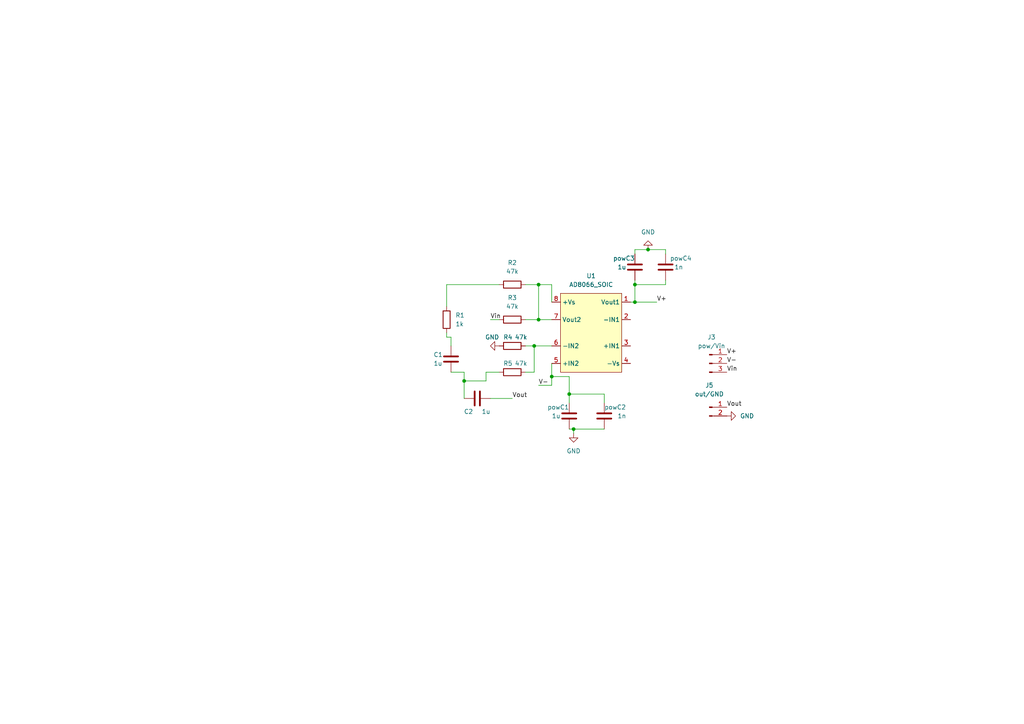
<source format=kicad_sch>
(kicad_sch (version 20230121) (generator eeschema)
  (paper "A4")
  (lib_symbols
    (symbol "AD8132:AD8066_SOIC"
      (property "Reference" "U" (at 0 10.16 0))
      (property "Value" "AD8066_SOIC" (at 1.27 11.43 0))
      (symbol "AD8066_SOIC_1_1"
        (rectangle (start -8.89 8.89) (end 8.89 -13.97) (fill (type background)))
        (pin bidirectional line (at -11.43 6.35 0) (length 2.54) (name "Vout1") (number "1"))
        (pin bidirectional line (at -11.43 1.27 0) (length 2.54) (name "-IN1") (number "2"))
        (pin bidirectional line (at -11.43 -6.35 0) (length 2.54) (name "+IN1") (number "3"))
        (pin bidirectional line (at -11.43 -11.43 0) (length 2.54) (name "-Vs") (number "4"))
        (pin bidirectional line (at 11.43 -11.43 180) (length 2.54) (name "+IN2") (number "5"))
        (pin bidirectional line (at 11.43 -6.35 180) (length 2.54) (name "-IN2") (number "6"))
        (pin bidirectional line (at 11.43 1.27 180) (length 2.54) (name "Vout2") (number "7"))
        (pin bidirectional line (at 11.43 6.35 180) (length 2.54) (name "+Vs") (number "8"))
      )
    )
    (symbol "Connector:Conn_01x02_Pin" (pin_names (offset 1.016) hide)
      (property "Reference" "J" (at 0 2.54 0))
      (property "Value" "Conn_01x02_Pin" (at 0 -5.08 0))
      (symbol "Conn_01x02_Pin_1_1"
        (polyline (pts (xy 1.27 -2.54) (xy 0.8636 -2.54)) (stroke (width 0.1524)))
        (polyline (pts (xy 1.27 0) (xy 0.8636 0)) (stroke (width 0.1524)))
        (rectangle (start 0.8636 -2.413) (end 0 -2.667) (stroke (width 0.1524)) (fill (type outline)))
        (rectangle (start 0.8636 0.127) (end 0 -0.127) (stroke (width 0.1524)) (fill (type outline)))
        (pin passive line (at 5.08 0 180) (length 3.81) (name "Pin_1") (number "1"))
        (pin passive line (at 5.08 -2.54 180) (length 3.81) (name "Pin_2") (number "2"))
      )
    )
    (symbol "Connector:Conn_01x03_Pin" (pin_names (offset 1.016) hide)
      (property "Reference" "J" (at 0 5.08 0))
      (property "Value" "Conn_01x03_Pin" (at 0 -5.08 0))
      (symbol "Conn_01x03_Pin_1_1"
        (polyline (pts (xy 1.27 -2.54) (xy 0.8636 -2.54)) (stroke (width 0.1524)))
        (polyline (pts (xy 1.27 0) (xy 0.8636 0)) (stroke (width 0.1524)))
        (polyline (pts (xy 1.27 2.54) (xy 0.8636 2.54)) (stroke (width 0.1524)))
        (rectangle (start 0.8636 -2.413) (end 0 -2.667) (stroke (width 0.1524)) (fill (type outline)))
        (rectangle (start 0.8636 0.127) (end 0 -0.127) (stroke (width 0.1524)) (fill (type outline)))
        (rectangle (start 0.8636 2.667) (end 0 2.413) (stroke (width 0.1524)) (fill (type outline)))
        (pin passive line (at 5.08 2.54 180) (length 3.81) (name "Pin_1") (number "1"))
        (pin passive line (at 5.08 0 180) (length 3.81) (name "Pin_2") (number "2"))
        (pin passive line (at 5.08 -2.54 180) (length 3.81) (name "Pin_3") (number "3"))
      )
    )
    (symbol "Device:C" (pin_numbers hide) (pin_names (offset 0.254))
      (property "Reference" "C" (at 0.635 2.54 0))
      (property "Value" "C" (at 0.635 -2.54 0))
      (symbol "C_0_1"
        (polyline (pts (xy -2.032 -0.762) (xy 2.032 -0.762)) (stroke (width 0.508)))
        (polyline (pts (xy -2.032 0.762) (xy 2.032 0.762)) (stroke (width 0.508)))
      )
      (symbol "C_1_1"
        (pin passive line (at 0 3.81 270) (length 2.794) (name "~") (number "1"))
        (pin passive line (at 0 -3.81 90) (length 2.794) (name "~") (number "2"))
      )
    )
    (symbol "Device:R" (pin_numbers hide) (pin_names (offset 0))
      (property "Reference" "R" (at 2.032 0 90))
      (property "Value" "R" (at 0 0 90))
      (symbol "R_0_1"
        (rectangle (start -1.016 -2.54) (end 1.016 2.54) (stroke (width 0.254)))
      )
      (symbol "R_1_1"
        (pin passive line (at 0 3.81 270) (length 1.27) (name "~") (number "1"))
        (pin passive line (at 0 -3.81 90) (length 1.27) (name "~") (number "2"))
      )
    )
    (symbol "power:GND" (power) (pin_names (offset 0))
      (property "Value" "GND" (at 0 -3.81 0))
      (symbol "GND_0_1"
        (polyline (pts (xy 0 0) (xy 0 -1.27) (xy 1.27 -1.27) (xy 0 -2.54) (xy -1.27 -1.27) (xy 0 -1.27)))
      )
      (symbol "GND_1_1"
        (pin power_in line (at 0 0 270) (length 0) hide (name "GND") (number "1"))
      )
    )
  )
  (junction (at 134.62 110.49))
  (junction (at 156.21 92.71))
  (junction (at 165.1 114.3))
  (junction (at 187.96 72.39))
  (junction (at 166.37 124.46))
  (junction (at 184.15 82.55))
  (junction (at 184.15 87.63))
  (junction (at 160.02 109.22))
  (junction (at 156.21 82.55))
  (junction (at 154.94 100.33))
  (wire (pts (xy 182.88 87.63) (xy 184.15 87.63)))
  (wire (pts (xy 166.37 124.46) (xy 175.26 124.46)))
  (wire (pts (xy 152.4 100.33) (xy 154.94 100.33)))
  (wire (pts (xy 156.21 82.55) (xy 156.21 92.71)))
  (wire (pts (xy 160.02 109.22) (xy 160.02 105.41)))
  (wire (pts (xy 165.1 109.22) (xy 160.02 109.22)))
  (wire (pts (xy 152.4 82.55) (xy 156.21 82.55)))
  (wire (pts (xy 140.97 107.95) (xy 140.97 110.49)))
  (wire (pts (xy 160.02 82.55) (xy 160.02 87.63)))
  (wire (pts (xy 134.62 107.95) (xy 134.62 110.49)))
  (wire (pts (xy 130.81 97.79) (xy 130.81 100.33)))
  (wire (pts (xy 184.15 87.63) (xy 190.5 87.63)))
  (wire (pts (xy 193.04 73.66) (xy 193.04 72.39)))
  (wire (pts (xy 175.26 114.3) (xy 175.26 116.84)))
  (wire (pts (xy 184.15 81.28) (xy 184.15 82.55)))
  (wire (pts (xy 187.96 72.39) (xy 193.04 72.39)))
  (wire (pts (xy 129.54 82.55) (xy 129.54 88.9)))
  (wire (pts (xy 166.37 124.46) (xy 166.37 125.73)))
  (wire (pts (xy 154.94 100.33) (xy 154.94 107.95)))
  (wire (pts (xy 156.21 111.76) (xy 160.02 111.76)))
  (wire (pts (xy 156.21 92.71) (xy 160.02 92.71)))
  (wire (pts (xy 152.4 92.71) (xy 156.21 92.71)))
  (wire (pts (xy 184.15 72.39) (xy 184.15 73.66)))
  (wire (pts (xy 134.62 110.49) (xy 134.62 115.57)))
  (wire (pts (xy 165.1 114.3) (xy 175.26 114.3)))
  (wire (pts (xy 160.02 111.76) (xy 160.02 109.22)))
  (wire (pts (xy 165.1 124.46) (xy 166.37 124.46)))
  (wire (pts (xy 130.81 97.79) (xy 129.54 97.79)))
  (wire (pts (xy 144.78 82.55) (xy 129.54 82.55)))
  (wire (pts (xy 129.54 96.52) (xy 129.54 97.79)))
  (wire (pts (xy 156.21 82.55) (xy 160.02 82.55)))
  (wire (pts (xy 140.97 110.49) (xy 134.62 110.49)))
  (wire (pts (xy 144.78 107.95) (xy 140.97 107.95)))
  (wire (pts (xy 184.15 82.55) (xy 193.04 82.55)))
  (wire (pts (xy 165.1 116.84) (xy 165.1 114.3)))
  (wire (pts (xy 154.94 100.33) (xy 160.02 100.33)))
  (wire (pts (xy 152.4 107.95) (xy 154.94 107.95)))
  (wire (pts (xy 130.81 107.95) (xy 134.62 107.95)))
  (wire (pts (xy 187.96 72.39) (xy 184.15 72.39)))
  (wire (pts (xy 165.1 114.3) (xy 165.1 109.22)))
  (wire (pts (xy 142.24 115.57) (xy 148.59 115.57)))
  (wire (pts (xy 142.24 92.71) (xy 144.78 92.71)))
  (wire (pts (xy 184.15 82.55) (xy 184.15 87.63)))
  (wire (pts (xy 193.04 81.28) (xy 193.04 82.55)))
  (label "Vout" (at 210.82 118.11 0))
  (label "V-" (at 156.21 111.76 0))
  (label "V+" (at 190.5 87.63 0))
  (label "Vout" (at 148.59 115.57 0))
  (label "Vin" (at 142.24 92.71 0))
  (label "V+" (at 210.82 102.87 0))
  (label "V-" (at 210.82 105.41 0))
  (label "Vin" (at 210.82 107.95 0))
  (symbol (lib_id "Device:C") (at 184.15 77.47 0) (unit 1)
    (property "Reference" "powC3" (at 177.8 74.93 0) (effects (justify left)))
    (property "Value" "1u" (at 179.07 77.47 0) (effects (justify left)))
    (property "Footprint" "Resistor_THT:R_Axial_DIN0207_L6.3mm_D2.5mm_P7.62mm_Horizontal" (effects hide))
  )
  (symbol (lib_id "Connector:Conn_01x02_Pin") (at 205.74 118.11 0) (unit 1)
    (property "Reference" "J5" (at 205.74 111.76 0))
    (property "Value" "out/GND" (at 205.74 114.3 0))
    (property "Footprint" "Connector_PinHeader_2.54mm:PinHeader_1x02_P2.54mm_Vertical" (effects hide))
  )
  (symbol (lib_id "power:GND") (at 210.82 120.65 90) (unit 1)
    (property "Reference" "#PWR03" (effects hide))
    (property "Value" "GND" (at 214.63 120.65 90) (effects (justify right)))
  )
  (symbol (lib_id "Device:R") (at 148.59 100.33 90) (unit 1)
    (property "Reference" "R4" (at 147.32 97.79 90))
    (property "Value" "47k" (at 151.13 97.79 90))
    (property "Footprint" "Resistor_THT:R_Axial_DIN0207_L6.3mm_D2.5mm_P7.62mm_Horizontal" (effects hide))
  )
  (symbol (lib_id "power:GND") (at 166.37 125.73 0) (unit 1)
    (property "Reference" "#PWR04" (effects hide))
    (property "Value" "GND" (at 166.37 130.81 0))
  )
  (symbol (lib_id "power:GND") (at 187.96 72.39 180) (unit 1)
    (property "Reference" "#PWR02" (effects hide))
    (property "Value" "GND" (at 187.96 67.31 0))
  )
  (symbol (lib_id "Device:C") (at 138.43 115.57 90) (unit 1)
    (property "Reference" "C2" (at 135.89 119.38 90))
    (property "Value" "1u" (at 140.97 119.38 90))
    (property "Footprint" "Resistor_THT:R_Axial_DIN0207_L6.3mm_D2.5mm_P7.62mm_Horizontal" (effects hide))
  )
  (symbol (lib_id "Device:C") (at 130.81 104.14 0) (unit 1)
    (property "Reference" "C1" (at 125.73 102.87 0) (effects (justify left)))
    (property "Value" "1u" (at 125.73 105.41 0) (effects (justify left)))
    (property "Footprint" "Resistor_THT:R_Axial_DIN0207_L6.3mm_D2.5mm_P7.62mm_Horizontal" (effects hide))
  )
  (symbol (lib_id "AD8132:AD8066_SOIC") (at 171.45 93.98 0) (mirror y) (unit 1)
    (property "Reference" "U1" (at 171.45 80.01 0))
    (property "Value" "AD8066_SOIC" (at 171.45 82.55 0))
    (property "Footprint" "Package_DIP:DIP-8_W7.62mm" (effects hide))
  )
  (symbol (lib_id "Device:C") (at 175.26 120.65 0) (unit 1)
    (property "Reference" "powC2" (at 175.26 118.11 0) (effects (justify left)))
    (property "Value" "1n" (at 179.07 120.65 0) (effects (justify left)))
    (property "Footprint" "Resistor_THT:R_Axial_DIN0207_L6.3mm_D2.5mm_P7.62mm_Horizontal" (effects hide))
  )
  (symbol (lib_id "Device:R") (at 148.59 107.95 90) (unit 1)
    (property "Reference" "R5" (at 147.32 105.41 90))
    (property "Value" "47k" (at 151.13 105.41 90))
    (property "Footprint" "Resistor_THT:R_Axial_DIN0207_L6.3mm_D2.5mm_P7.62mm_Horizontal" (effects hide))
  )
  (symbol (lib_id "Connector:Conn_01x03_Pin") (at 205.74 105.41 0) (unit 1)
    (property "Reference" "J3" (at 206.375 97.79 0))
    (property "Value" "pow/Vin" (at 206.375 100.33 0))
    (property "Footprint" "Connector_PinHeader_2.54mm:PinHeader_1x03_P2.54mm_Vertical" (effects hide))
  )
  (symbol (lib_id "Device:R") (at 129.54 92.71 180) (unit 1)
    (property "Reference" "R1" (at 132.08 91.44 0) (effects (justify right)))
    (property "Value" "1k" (at 132.08 93.98 0) (effects (justify right)))
    (property "Footprint" "Resistor_THT:R_Axial_DIN0207_L6.3mm_D2.5mm_P7.62mm_Horizontal" (effects hide))
  )
  (symbol (lib_id "power:GND") (at 144.78 100.33 270) (unit 1)
    (property "Reference" "#PWR01" (effects hide))
    (property "Value" "GND" (at 144.78 97.79 90) (effects (justify right)))
  )
  (symbol (lib_id "Device:C") (at 165.1 120.65 0) (unit 1)
    (property "Reference" "powC1" (at 158.75 118.11 0) (effects (justify left)))
    (property "Value" "1u" (at 160.02 120.65 0) (effects (justify left)))
    (property "Footprint" "Resistor_THT:R_Axial_DIN0207_L6.3mm_D2.5mm_P7.62mm_Horizontal" (effects hide))
  )
  (symbol (lib_id "Device:R") (at 148.59 92.71 90) (unit 1)
    (property "Reference" "R3" (at 148.59 86.36 90))
    (property "Value" "47k" (at 148.59 88.9 90))
    (property "Footprint" "Resistor_THT:R_Axial_DIN0207_L6.3mm_D2.5mm_P7.62mm_Horizontal" (effects hide))
  )
  (symbol (lib_id "Device:R") (at 148.59 82.55 90) (unit 1)
    (property "Reference" "R2" (at 148.59 76.2 90))
    (property "Value" "47k" (at 148.59 78.74 90))
    (property "Footprint" "Resistor_THT:R_Axial_DIN0207_L6.3mm_D2.5mm_P7.62mm_Horizontal" (effects hide))
  )
  (symbol (lib_id "Device:C") (at 193.04 77.47 0) (unit 1)
    (property "Reference" "powC4" (at 194.31 74.93 0) (effects (justify left)))
    (property "Value" "1n" (at 195.58 77.47 0) (effects (justify left)))
    (property "Footprint" "Resistor_THT:R_Axial_DIN0207_L6.3mm_D2.5mm_P7.62mm_Horizontal" (effects hide))
  )
)
</source>
